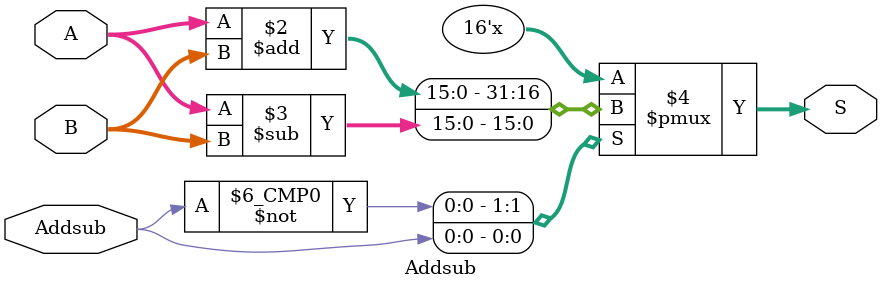
<source format=v>
module Addsub(input Addsub, input[15:0]A,B, output reg[15:0] S);

  always@(Addsub, A, B)
	case(Addsub)
		0:S <= A + B;
		1:S <= A - B;
	endcase
	
endmodule
</source>
